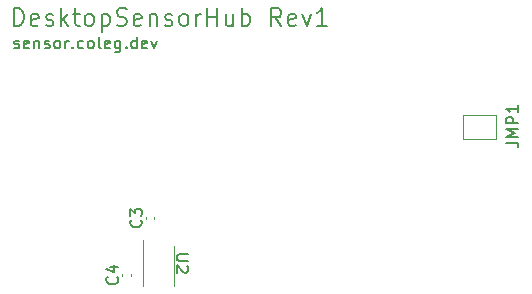
<source format=gbr>
%TF.GenerationSoftware,KiCad,Pcbnew,7.0.1*%
%TF.CreationDate,2023-04-17T02:54:27-04:00*%
%TF.ProjectId,DesktopSensorHub,4465736b-746f-4705-9365-6e736f724875,rev?*%
%TF.SameCoordinates,Original*%
%TF.FileFunction,Legend,Top*%
%TF.FilePolarity,Positive*%
%FSLAX46Y46*%
G04 Gerber Fmt 4.6, Leading zero omitted, Abs format (unit mm)*
G04 Created by KiCad (PCBNEW 7.0.1) date 2023-04-17 02:54:27*
%MOMM*%
%LPD*%
G01*
G04 APERTURE LIST*
%ADD10C,0.187500*%
%ADD11C,0.150000*%
%ADD12C,0.120000*%
G04 APERTURE END LIST*
D10*
X101690476Y-67580000D02*
X101785714Y-67627619D01*
X101785714Y-67627619D02*
X101976190Y-67627619D01*
X101976190Y-67627619D02*
X102071428Y-67580000D01*
X102071428Y-67580000D02*
X102119047Y-67484761D01*
X102119047Y-67484761D02*
X102119047Y-67437142D01*
X102119047Y-67437142D02*
X102071428Y-67341904D01*
X102071428Y-67341904D02*
X101976190Y-67294285D01*
X101976190Y-67294285D02*
X101833333Y-67294285D01*
X101833333Y-67294285D02*
X101738095Y-67246666D01*
X101738095Y-67246666D02*
X101690476Y-67151428D01*
X101690476Y-67151428D02*
X101690476Y-67103809D01*
X101690476Y-67103809D02*
X101738095Y-67008571D01*
X101738095Y-67008571D02*
X101833333Y-66960952D01*
X101833333Y-66960952D02*
X101976190Y-66960952D01*
X101976190Y-66960952D02*
X102071428Y-67008571D01*
X102928571Y-67580000D02*
X102833333Y-67627619D01*
X102833333Y-67627619D02*
X102642857Y-67627619D01*
X102642857Y-67627619D02*
X102547619Y-67580000D01*
X102547619Y-67580000D02*
X102500000Y-67484761D01*
X102500000Y-67484761D02*
X102500000Y-67103809D01*
X102500000Y-67103809D02*
X102547619Y-67008571D01*
X102547619Y-67008571D02*
X102642857Y-66960952D01*
X102642857Y-66960952D02*
X102833333Y-66960952D01*
X102833333Y-66960952D02*
X102928571Y-67008571D01*
X102928571Y-67008571D02*
X102976190Y-67103809D01*
X102976190Y-67103809D02*
X102976190Y-67199047D01*
X102976190Y-67199047D02*
X102500000Y-67294285D01*
X103404762Y-66960952D02*
X103404762Y-67627619D01*
X103404762Y-67056190D02*
X103452381Y-67008571D01*
X103452381Y-67008571D02*
X103547619Y-66960952D01*
X103547619Y-66960952D02*
X103690476Y-66960952D01*
X103690476Y-66960952D02*
X103785714Y-67008571D01*
X103785714Y-67008571D02*
X103833333Y-67103809D01*
X103833333Y-67103809D02*
X103833333Y-67627619D01*
X104261905Y-67580000D02*
X104357143Y-67627619D01*
X104357143Y-67627619D02*
X104547619Y-67627619D01*
X104547619Y-67627619D02*
X104642857Y-67580000D01*
X104642857Y-67580000D02*
X104690476Y-67484761D01*
X104690476Y-67484761D02*
X104690476Y-67437142D01*
X104690476Y-67437142D02*
X104642857Y-67341904D01*
X104642857Y-67341904D02*
X104547619Y-67294285D01*
X104547619Y-67294285D02*
X104404762Y-67294285D01*
X104404762Y-67294285D02*
X104309524Y-67246666D01*
X104309524Y-67246666D02*
X104261905Y-67151428D01*
X104261905Y-67151428D02*
X104261905Y-67103809D01*
X104261905Y-67103809D02*
X104309524Y-67008571D01*
X104309524Y-67008571D02*
X104404762Y-66960952D01*
X104404762Y-66960952D02*
X104547619Y-66960952D01*
X104547619Y-66960952D02*
X104642857Y-67008571D01*
X105261905Y-67627619D02*
X105166667Y-67580000D01*
X105166667Y-67580000D02*
X105119048Y-67532380D01*
X105119048Y-67532380D02*
X105071429Y-67437142D01*
X105071429Y-67437142D02*
X105071429Y-67151428D01*
X105071429Y-67151428D02*
X105119048Y-67056190D01*
X105119048Y-67056190D02*
X105166667Y-67008571D01*
X105166667Y-67008571D02*
X105261905Y-66960952D01*
X105261905Y-66960952D02*
X105404762Y-66960952D01*
X105404762Y-66960952D02*
X105500000Y-67008571D01*
X105500000Y-67008571D02*
X105547619Y-67056190D01*
X105547619Y-67056190D02*
X105595238Y-67151428D01*
X105595238Y-67151428D02*
X105595238Y-67437142D01*
X105595238Y-67437142D02*
X105547619Y-67532380D01*
X105547619Y-67532380D02*
X105500000Y-67580000D01*
X105500000Y-67580000D02*
X105404762Y-67627619D01*
X105404762Y-67627619D02*
X105261905Y-67627619D01*
X106023810Y-67627619D02*
X106023810Y-66960952D01*
X106023810Y-67151428D02*
X106071429Y-67056190D01*
X106071429Y-67056190D02*
X106119048Y-67008571D01*
X106119048Y-67008571D02*
X106214286Y-66960952D01*
X106214286Y-66960952D02*
X106309524Y-66960952D01*
X106642858Y-67532380D02*
X106690477Y-67580000D01*
X106690477Y-67580000D02*
X106642858Y-67627619D01*
X106642858Y-67627619D02*
X106595239Y-67580000D01*
X106595239Y-67580000D02*
X106642858Y-67532380D01*
X106642858Y-67532380D02*
X106642858Y-67627619D01*
X107547619Y-67580000D02*
X107452381Y-67627619D01*
X107452381Y-67627619D02*
X107261905Y-67627619D01*
X107261905Y-67627619D02*
X107166667Y-67580000D01*
X107166667Y-67580000D02*
X107119048Y-67532380D01*
X107119048Y-67532380D02*
X107071429Y-67437142D01*
X107071429Y-67437142D02*
X107071429Y-67151428D01*
X107071429Y-67151428D02*
X107119048Y-67056190D01*
X107119048Y-67056190D02*
X107166667Y-67008571D01*
X107166667Y-67008571D02*
X107261905Y-66960952D01*
X107261905Y-66960952D02*
X107452381Y-66960952D01*
X107452381Y-66960952D02*
X107547619Y-67008571D01*
X108119048Y-67627619D02*
X108023810Y-67580000D01*
X108023810Y-67580000D02*
X107976191Y-67532380D01*
X107976191Y-67532380D02*
X107928572Y-67437142D01*
X107928572Y-67437142D02*
X107928572Y-67151428D01*
X107928572Y-67151428D02*
X107976191Y-67056190D01*
X107976191Y-67056190D02*
X108023810Y-67008571D01*
X108023810Y-67008571D02*
X108119048Y-66960952D01*
X108119048Y-66960952D02*
X108261905Y-66960952D01*
X108261905Y-66960952D02*
X108357143Y-67008571D01*
X108357143Y-67008571D02*
X108404762Y-67056190D01*
X108404762Y-67056190D02*
X108452381Y-67151428D01*
X108452381Y-67151428D02*
X108452381Y-67437142D01*
X108452381Y-67437142D02*
X108404762Y-67532380D01*
X108404762Y-67532380D02*
X108357143Y-67580000D01*
X108357143Y-67580000D02*
X108261905Y-67627619D01*
X108261905Y-67627619D02*
X108119048Y-67627619D01*
X109023810Y-67627619D02*
X108928572Y-67580000D01*
X108928572Y-67580000D02*
X108880953Y-67484761D01*
X108880953Y-67484761D02*
X108880953Y-66627619D01*
X109785715Y-67580000D02*
X109690477Y-67627619D01*
X109690477Y-67627619D02*
X109500001Y-67627619D01*
X109500001Y-67627619D02*
X109404763Y-67580000D01*
X109404763Y-67580000D02*
X109357144Y-67484761D01*
X109357144Y-67484761D02*
X109357144Y-67103809D01*
X109357144Y-67103809D02*
X109404763Y-67008571D01*
X109404763Y-67008571D02*
X109500001Y-66960952D01*
X109500001Y-66960952D02*
X109690477Y-66960952D01*
X109690477Y-66960952D02*
X109785715Y-67008571D01*
X109785715Y-67008571D02*
X109833334Y-67103809D01*
X109833334Y-67103809D02*
X109833334Y-67199047D01*
X109833334Y-67199047D02*
X109357144Y-67294285D01*
X110690477Y-66960952D02*
X110690477Y-67770476D01*
X110690477Y-67770476D02*
X110642858Y-67865714D01*
X110642858Y-67865714D02*
X110595239Y-67913333D01*
X110595239Y-67913333D02*
X110500001Y-67960952D01*
X110500001Y-67960952D02*
X110357144Y-67960952D01*
X110357144Y-67960952D02*
X110261906Y-67913333D01*
X110690477Y-67580000D02*
X110595239Y-67627619D01*
X110595239Y-67627619D02*
X110404763Y-67627619D01*
X110404763Y-67627619D02*
X110309525Y-67580000D01*
X110309525Y-67580000D02*
X110261906Y-67532380D01*
X110261906Y-67532380D02*
X110214287Y-67437142D01*
X110214287Y-67437142D02*
X110214287Y-67151428D01*
X110214287Y-67151428D02*
X110261906Y-67056190D01*
X110261906Y-67056190D02*
X110309525Y-67008571D01*
X110309525Y-67008571D02*
X110404763Y-66960952D01*
X110404763Y-66960952D02*
X110595239Y-66960952D01*
X110595239Y-66960952D02*
X110690477Y-67008571D01*
X111166668Y-67532380D02*
X111214287Y-67580000D01*
X111214287Y-67580000D02*
X111166668Y-67627619D01*
X111166668Y-67627619D02*
X111119049Y-67580000D01*
X111119049Y-67580000D02*
X111166668Y-67532380D01*
X111166668Y-67532380D02*
X111166668Y-67627619D01*
X112071429Y-67627619D02*
X112071429Y-66627619D01*
X112071429Y-67580000D02*
X111976191Y-67627619D01*
X111976191Y-67627619D02*
X111785715Y-67627619D01*
X111785715Y-67627619D02*
X111690477Y-67580000D01*
X111690477Y-67580000D02*
X111642858Y-67532380D01*
X111642858Y-67532380D02*
X111595239Y-67437142D01*
X111595239Y-67437142D02*
X111595239Y-67151428D01*
X111595239Y-67151428D02*
X111642858Y-67056190D01*
X111642858Y-67056190D02*
X111690477Y-67008571D01*
X111690477Y-67008571D02*
X111785715Y-66960952D01*
X111785715Y-66960952D02*
X111976191Y-66960952D01*
X111976191Y-66960952D02*
X112071429Y-67008571D01*
X112928572Y-67580000D02*
X112833334Y-67627619D01*
X112833334Y-67627619D02*
X112642858Y-67627619D01*
X112642858Y-67627619D02*
X112547620Y-67580000D01*
X112547620Y-67580000D02*
X112500001Y-67484761D01*
X112500001Y-67484761D02*
X112500001Y-67103809D01*
X112500001Y-67103809D02*
X112547620Y-67008571D01*
X112547620Y-67008571D02*
X112642858Y-66960952D01*
X112642858Y-66960952D02*
X112833334Y-66960952D01*
X112833334Y-66960952D02*
X112928572Y-67008571D01*
X112928572Y-67008571D02*
X112976191Y-67103809D01*
X112976191Y-67103809D02*
X112976191Y-67199047D01*
X112976191Y-67199047D02*
X112500001Y-67294285D01*
X113309525Y-66960952D02*
X113547620Y-67627619D01*
X113547620Y-67627619D02*
X113785715Y-66960952D01*
X101657142Y-65716428D02*
X101657142Y-64216428D01*
X101657142Y-64216428D02*
X102014285Y-64216428D01*
X102014285Y-64216428D02*
X102228571Y-64287857D01*
X102228571Y-64287857D02*
X102371428Y-64430714D01*
X102371428Y-64430714D02*
X102442857Y-64573571D01*
X102442857Y-64573571D02*
X102514285Y-64859285D01*
X102514285Y-64859285D02*
X102514285Y-65073571D01*
X102514285Y-65073571D02*
X102442857Y-65359285D01*
X102442857Y-65359285D02*
X102371428Y-65502142D01*
X102371428Y-65502142D02*
X102228571Y-65645000D01*
X102228571Y-65645000D02*
X102014285Y-65716428D01*
X102014285Y-65716428D02*
X101657142Y-65716428D01*
X103728571Y-65645000D02*
X103585714Y-65716428D01*
X103585714Y-65716428D02*
X103300000Y-65716428D01*
X103300000Y-65716428D02*
X103157142Y-65645000D01*
X103157142Y-65645000D02*
X103085714Y-65502142D01*
X103085714Y-65502142D02*
X103085714Y-64930714D01*
X103085714Y-64930714D02*
X103157142Y-64787857D01*
X103157142Y-64787857D02*
X103300000Y-64716428D01*
X103300000Y-64716428D02*
X103585714Y-64716428D01*
X103585714Y-64716428D02*
X103728571Y-64787857D01*
X103728571Y-64787857D02*
X103800000Y-64930714D01*
X103800000Y-64930714D02*
X103800000Y-65073571D01*
X103800000Y-65073571D02*
X103085714Y-65216428D01*
X104371428Y-65645000D02*
X104514285Y-65716428D01*
X104514285Y-65716428D02*
X104799999Y-65716428D01*
X104799999Y-65716428D02*
X104942856Y-65645000D01*
X104942856Y-65645000D02*
X105014285Y-65502142D01*
X105014285Y-65502142D02*
X105014285Y-65430714D01*
X105014285Y-65430714D02*
X104942856Y-65287857D01*
X104942856Y-65287857D02*
X104799999Y-65216428D01*
X104799999Y-65216428D02*
X104585714Y-65216428D01*
X104585714Y-65216428D02*
X104442856Y-65145000D01*
X104442856Y-65145000D02*
X104371428Y-65002142D01*
X104371428Y-65002142D02*
X104371428Y-64930714D01*
X104371428Y-64930714D02*
X104442856Y-64787857D01*
X104442856Y-64787857D02*
X104585714Y-64716428D01*
X104585714Y-64716428D02*
X104799999Y-64716428D01*
X104799999Y-64716428D02*
X104942856Y-64787857D01*
X105657142Y-65716428D02*
X105657142Y-64216428D01*
X105800000Y-65145000D02*
X106228571Y-65716428D01*
X106228571Y-64716428D02*
X105657142Y-65287857D01*
X106657143Y-64716428D02*
X107228571Y-64716428D01*
X106871428Y-64216428D02*
X106871428Y-65502142D01*
X106871428Y-65502142D02*
X106942857Y-65645000D01*
X106942857Y-65645000D02*
X107085714Y-65716428D01*
X107085714Y-65716428D02*
X107228571Y-65716428D01*
X107942857Y-65716428D02*
X107800000Y-65645000D01*
X107800000Y-65645000D02*
X107728571Y-65573571D01*
X107728571Y-65573571D02*
X107657143Y-65430714D01*
X107657143Y-65430714D02*
X107657143Y-65002142D01*
X107657143Y-65002142D02*
X107728571Y-64859285D01*
X107728571Y-64859285D02*
X107800000Y-64787857D01*
X107800000Y-64787857D02*
X107942857Y-64716428D01*
X107942857Y-64716428D02*
X108157143Y-64716428D01*
X108157143Y-64716428D02*
X108300000Y-64787857D01*
X108300000Y-64787857D02*
X108371429Y-64859285D01*
X108371429Y-64859285D02*
X108442857Y-65002142D01*
X108442857Y-65002142D02*
X108442857Y-65430714D01*
X108442857Y-65430714D02*
X108371429Y-65573571D01*
X108371429Y-65573571D02*
X108300000Y-65645000D01*
X108300000Y-65645000D02*
X108157143Y-65716428D01*
X108157143Y-65716428D02*
X107942857Y-65716428D01*
X109085714Y-64716428D02*
X109085714Y-66216428D01*
X109085714Y-64787857D02*
X109228572Y-64716428D01*
X109228572Y-64716428D02*
X109514286Y-64716428D01*
X109514286Y-64716428D02*
X109657143Y-64787857D01*
X109657143Y-64787857D02*
X109728572Y-64859285D01*
X109728572Y-64859285D02*
X109800000Y-65002142D01*
X109800000Y-65002142D02*
X109800000Y-65430714D01*
X109800000Y-65430714D02*
X109728572Y-65573571D01*
X109728572Y-65573571D02*
X109657143Y-65645000D01*
X109657143Y-65645000D02*
X109514286Y-65716428D01*
X109514286Y-65716428D02*
X109228572Y-65716428D01*
X109228572Y-65716428D02*
X109085714Y-65645000D01*
X110371429Y-65645000D02*
X110585715Y-65716428D01*
X110585715Y-65716428D02*
X110942857Y-65716428D01*
X110942857Y-65716428D02*
X111085715Y-65645000D01*
X111085715Y-65645000D02*
X111157143Y-65573571D01*
X111157143Y-65573571D02*
X111228572Y-65430714D01*
X111228572Y-65430714D02*
X111228572Y-65287857D01*
X111228572Y-65287857D02*
X111157143Y-65145000D01*
X111157143Y-65145000D02*
X111085715Y-65073571D01*
X111085715Y-65073571D02*
X110942857Y-65002142D01*
X110942857Y-65002142D02*
X110657143Y-64930714D01*
X110657143Y-64930714D02*
X110514286Y-64859285D01*
X110514286Y-64859285D02*
X110442857Y-64787857D01*
X110442857Y-64787857D02*
X110371429Y-64645000D01*
X110371429Y-64645000D02*
X110371429Y-64502142D01*
X110371429Y-64502142D02*
X110442857Y-64359285D01*
X110442857Y-64359285D02*
X110514286Y-64287857D01*
X110514286Y-64287857D02*
X110657143Y-64216428D01*
X110657143Y-64216428D02*
X111014286Y-64216428D01*
X111014286Y-64216428D02*
X111228572Y-64287857D01*
X112442857Y-65645000D02*
X112300000Y-65716428D01*
X112300000Y-65716428D02*
X112014286Y-65716428D01*
X112014286Y-65716428D02*
X111871428Y-65645000D01*
X111871428Y-65645000D02*
X111800000Y-65502142D01*
X111800000Y-65502142D02*
X111800000Y-64930714D01*
X111800000Y-64930714D02*
X111871428Y-64787857D01*
X111871428Y-64787857D02*
X112014286Y-64716428D01*
X112014286Y-64716428D02*
X112300000Y-64716428D01*
X112300000Y-64716428D02*
X112442857Y-64787857D01*
X112442857Y-64787857D02*
X112514286Y-64930714D01*
X112514286Y-64930714D02*
X112514286Y-65073571D01*
X112514286Y-65073571D02*
X111800000Y-65216428D01*
X113157142Y-64716428D02*
X113157142Y-65716428D01*
X113157142Y-64859285D02*
X113228571Y-64787857D01*
X113228571Y-64787857D02*
X113371428Y-64716428D01*
X113371428Y-64716428D02*
X113585714Y-64716428D01*
X113585714Y-64716428D02*
X113728571Y-64787857D01*
X113728571Y-64787857D02*
X113800000Y-64930714D01*
X113800000Y-64930714D02*
X113800000Y-65716428D01*
X114442857Y-65645000D02*
X114585714Y-65716428D01*
X114585714Y-65716428D02*
X114871428Y-65716428D01*
X114871428Y-65716428D02*
X115014285Y-65645000D01*
X115014285Y-65645000D02*
X115085714Y-65502142D01*
X115085714Y-65502142D02*
X115085714Y-65430714D01*
X115085714Y-65430714D02*
X115014285Y-65287857D01*
X115014285Y-65287857D02*
X114871428Y-65216428D01*
X114871428Y-65216428D02*
X114657143Y-65216428D01*
X114657143Y-65216428D02*
X114514285Y-65145000D01*
X114514285Y-65145000D02*
X114442857Y-65002142D01*
X114442857Y-65002142D02*
X114442857Y-64930714D01*
X114442857Y-64930714D02*
X114514285Y-64787857D01*
X114514285Y-64787857D02*
X114657143Y-64716428D01*
X114657143Y-64716428D02*
X114871428Y-64716428D01*
X114871428Y-64716428D02*
X115014285Y-64787857D01*
X115942857Y-65716428D02*
X115800000Y-65645000D01*
X115800000Y-65645000D02*
X115728571Y-65573571D01*
X115728571Y-65573571D02*
X115657143Y-65430714D01*
X115657143Y-65430714D02*
X115657143Y-65002142D01*
X115657143Y-65002142D02*
X115728571Y-64859285D01*
X115728571Y-64859285D02*
X115800000Y-64787857D01*
X115800000Y-64787857D02*
X115942857Y-64716428D01*
X115942857Y-64716428D02*
X116157143Y-64716428D01*
X116157143Y-64716428D02*
X116300000Y-64787857D01*
X116300000Y-64787857D02*
X116371429Y-64859285D01*
X116371429Y-64859285D02*
X116442857Y-65002142D01*
X116442857Y-65002142D02*
X116442857Y-65430714D01*
X116442857Y-65430714D02*
X116371429Y-65573571D01*
X116371429Y-65573571D02*
X116300000Y-65645000D01*
X116300000Y-65645000D02*
X116157143Y-65716428D01*
X116157143Y-65716428D02*
X115942857Y-65716428D01*
X117085714Y-65716428D02*
X117085714Y-64716428D01*
X117085714Y-65002142D02*
X117157143Y-64859285D01*
X117157143Y-64859285D02*
X117228572Y-64787857D01*
X117228572Y-64787857D02*
X117371429Y-64716428D01*
X117371429Y-64716428D02*
X117514286Y-64716428D01*
X118014285Y-65716428D02*
X118014285Y-64216428D01*
X118014285Y-64930714D02*
X118871428Y-64930714D01*
X118871428Y-65716428D02*
X118871428Y-64216428D01*
X120228572Y-64716428D02*
X120228572Y-65716428D01*
X119585714Y-64716428D02*
X119585714Y-65502142D01*
X119585714Y-65502142D02*
X119657143Y-65645000D01*
X119657143Y-65645000D02*
X119800000Y-65716428D01*
X119800000Y-65716428D02*
X120014286Y-65716428D01*
X120014286Y-65716428D02*
X120157143Y-65645000D01*
X120157143Y-65645000D02*
X120228572Y-65573571D01*
X120942857Y-65716428D02*
X120942857Y-64216428D01*
X120942857Y-64787857D02*
X121085715Y-64716428D01*
X121085715Y-64716428D02*
X121371429Y-64716428D01*
X121371429Y-64716428D02*
X121514286Y-64787857D01*
X121514286Y-64787857D02*
X121585715Y-64859285D01*
X121585715Y-64859285D02*
X121657143Y-65002142D01*
X121657143Y-65002142D02*
X121657143Y-65430714D01*
X121657143Y-65430714D02*
X121585715Y-65573571D01*
X121585715Y-65573571D02*
X121514286Y-65645000D01*
X121514286Y-65645000D02*
X121371429Y-65716428D01*
X121371429Y-65716428D02*
X121085715Y-65716428D01*
X121085715Y-65716428D02*
X120942857Y-65645000D01*
X124300000Y-65716428D02*
X123800000Y-65002142D01*
X123442857Y-65716428D02*
X123442857Y-64216428D01*
X123442857Y-64216428D02*
X124014286Y-64216428D01*
X124014286Y-64216428D02*
X124157143Y-64287857D01*
X124157143Y-64287857D02*
X124228572Y-64359285D01*
X124228572Y-64359285D02*
X124300000Y-64502142D01*
X124300000Y-64502142D02*
X124300000Y-64716428D01*
X124300000Y-64716428D02*
X124228572Y-64859285D01*
X124228572Y-64859285D02*
X124157143Y-64930714D01*
X124157143Y-64930714D02*
X124014286Y-65002142D01*
X124014286Y-65002142D02*
X123442857Y-65002142D01*
X125514286Y-65645000D02*
X125371429Y-65716428D01*
X125371429Y-65716428D02*
X125085715Y-65716428D01*
X125085715Y-65716428D02*
X124942857Y-65645000D01*
X124942857Y-65645000D02*
X124871429Y-65502142D01*
X124871429Y-65502142D02*
X124871429Y-64930714D01*
X124871429Y-64930714D02*
X124942857Y-64787857D01*
X124942857Y-64787857D02*
X125085715Y-64716428D01*
X125085715Y-64716428D02*
X125371429Y-64716428D01*
X125371429Y-64716428D02*
X125514286Y-64787857D01*
X125514286Y-64787857D02*
X125585715Y-64930714D01*
X125585715Y-64930714D02*
X125585715Y-65073571D01*
X125585715Y-65073571D02*
X124871429Y-65216428D01*
X126085714Y-64716428D02*
X126442857Y-65716428D01*
X126442857Y-65716428D02*
X126800000Y-64716428D01*
X128157143Y-65716428D02*
X127300000Y-65716428D01*
X127728571Y-65716428D02*
X127728571Y-64216428D01*
X127728571Y-64216428D02*
X127585714Y-64430714D01*
X127585714Y-64430714D02*
X127442857Y-64573571D01*
X127442857Y-64573571D02*
X127300000Y-64645000D01*
D11*
%TO.C,JMP1*%
X143367619Y-75604761D02*
X144081904Y-75604761D01*
X144081904Y-75604761D02*
X144224761Y-75652380D01*
X144224761Y-75652380D02*
X144320000Y-75747618D01*
X144320000Y-75747618D02*
X144367619Y-75890475D01*
X144367619Y-75890475D02*
X144367619Y-75985713D01*
X144367619Y-75128570D02*
X143367619Y-75128570D01*
X143367619Y-75128570D02*
X144081904Y-74795237D01*
X144081904Y-74795237D02*
X143367619Y-74461904D01*
X143367619Y-74461904D02*
X144367619Y-74461904D01*
X144367619Y-73985713D02*
X143367619Y-73985713D01*
X143367619Y-73985713D02*
X143367619Y-73604761D01*
X143367619Y-73604761D02*
X143415238Y-73509523D01*
X143415238Y-73509523D02*
X143462857Y-73461904D01*
X143462857Y-73461904D02*
X143558095Y-73414285D01*
X143558095Y-73414285D02*
X143700952Y-73414285D01*
X143700952Y-73414285D02*
X143796190Y-73461904D01*
X143796190Y-73461904D02*
X143843809Y-73509523D01*
X143843809Y-73509523D02*
X143891428Y-73604761D01*
X143891428Y-73604761D02*
X143891428Y-73985713D01*
X144367619Y-72461904D02*
X144367619Y-73033332D01*
X144367619Y-72747618D02*
X143367619Y-72747618D01*
X143367619Y-72747618D02*
X143510476Y-72842856D01*
X143510476Y-72842856D02*
X143605714Y-72938094D01*
X143605714Y-72938094D02*
X143653333Y-73033332D01*
%TO.C,C3*%
X112407380Y-82166666D02*
X112455000Y-82214285D01*
X112455000Y-82214285D02*
X112502619Y-82357142D01*
X112502619Y-82357142D02*
X112502619Y-82452380D01*
X112502619Y-82452380D02*
X112455000Y-82595237D01*
X112455000Y-82595237D02*
X112359761Y-82690475D01*
X112359761Y-82690475D02*
X112264523Y-82738094D01*
X112264523Y-82738094D02*
X112074047Y-82785713D01*
X112074047Y-82785713D02*
X111931190Y-82785713D01*
X111931190Y-82785713D02*
X111740714Y-82738094D01*
X111740714Y-82738094D02*
X111645476Y-82690475D01*
X111645476Y-82690475D02*
X111550238Y-82595237D01*
X111550238Y-82595237D02*
X111502619Y-82452380D01*
X111502619Y-82452380D02*
X111502619Y-82357142D01*
X111502619Y-82357142D02*
X111550238Y-82214285D01*
X111550238Y-82214285D02*
X111597857Y-82166666D01*
X111502619Y-81833332D02*
X111502619Y-81214285D01*
X111502619Y-81214285D02*
X111883571Y-81547618D01*
X111883571Y-81547618D02*
X111883571Y-81404761D01*
X111883571Y-81404761D02*
X111931190Y-81309523D01*
X111931190Y-81309523D02*
X111978809Y-81261904D01*
X111978809Y-81261904D02*
X112074047Y-81214285D01*
X112074047Y-81214285D02*
X112312142Y-81214285D01*
X112312142Y-81214285D02*
X112407380Y-81261904D01*
X112407380Y-81261904D02*
X112455000Y-81309523D01*
X112455000Y-81309523D02*
X112502619Y-81404761D01*
X112502619Y-81404761D02*
X112502619Y-81690475D01*
X112502619Y-81690475D02*
X112455000Y-81785713D01*
X112455000Y-81785713D02*
X112407380Y-81833332D01*
%TO.C,C4*%
X110407380Y-86966666D02*
X110455000Y-87014285D01*
X110455000Y-87014285D02*
X110502619Y-87157142D01*
X110502619Y-87157142D02*
X110502619Y-87252380D01*
X110502619Y-87252380D02*
X110455000Y-87395237D01*
X110455000Y-87395237D02*
X110359761Y-87490475D01*
X110359761Y-87490475D02*
X110264523Y-87538094D01*
X110264523Y-87538094D02*
X110074047Y-87585713D01*
X110074047Y-87585713D02*
X109931190Y-87585713D01*
X109931190Y-87585713D02*
X109740714Y-87538094D01*
X109740714Y-87538094D02*
X109645476Y-87490475D01*
X109645476Y-87490475D02*
X109550238Y-87395237D01*
X109550238Y-87395237D02*
X109502619Y-87252380D01*
X109502619Y-87252380D02*
X109502619Y-87157142D01*
X109502619Y-87157142D02*
X109550238Y-87014285D01*
X109550238Y-87014285D02*
X109597857Y-86966666D01*
X109835952Y-86109523D02*
X110502619Y-86109523D01*
X109455000Y-86347618D02*
X110169285Y-86585713D01*
X110169285Y-86585713D02*
X110169285Y-85966666D01*
%TO.C,U2*%
X116437380Y-85038095D02*
X115627857Y-85038095D01*
X115627857Y-85038095D02*
X115532619Y-85085714D01*
X115532619Y-85085714D02*
X115485000Y-85133333D01*
X115485000Y-85133333D02*
X115437380Y-85228571D01*
X115437380Y-85228571D02*
X115437380Y-85419047D01*
X115437380Y-85419047D02*
X115485000Y-85514285D01*
X115485000Y-85514285D02*
X115532619Y-85561904D01*
X115532619Y-85561904D02*
X115627857Y-85609523D01*
X115627857Y-85609523D02*
X116437380Y-85609523D01*
X116342142Y-86038095D02*
X116389761Y-86085714D01*
X116389761Y-86085714D02*
X116437380Y-86180952D01*
X116437380Y-86180952D02*
X116437380Y-86419047D01*
X116437380Y-86419047D02*
X116389761Y-86514285D01*
X116389761Y-86514285D02*
X116342142Y-86561904D01*
X116342142Y-86561904D02*
X116246904Y-86609523D01*
X116246904Y-86609523D02*
X116151666Y-86609523D01*
X116151666Y-86609523D02*
X116008809Y-86561904D01*
X116008809Y-86561904D02*
X115437380Y-85990476D01*
X115437380Y-85990476D02*
X115437380Y-86609523D01*
D12*
%TO.C,JMP1*%
X142455000Y-75300000D02*
X139655000Y-75300000D01*
X142455000Y-73300000D02*
X142455000Y-75300000D01*
X139655000Y-75300000D02*
X139655000Y-73300000D01*
X139655000Y-73300000D02*
X142455000Y-73300000D01*
%TO.C,C3*%
X112840000Y-82107836D02*
X112840000Y-81892164D01*
X113560000Y-82107836D02*
X113560000Y-81892164D01*
%TO.C,C4*%
X110840000Y-86907836D02*
X110840000Y-86692164D01*
X111560000Y-86907836D02*
X111560000Y-86692164D01*
%TO.C,U2*%
X112610000Y-83830000D02*
X112610000Y-87770000D01*
X115190000Y-87770000D02*
X115190000Y-84330000D01*
%TD*%
M02*

</source>
